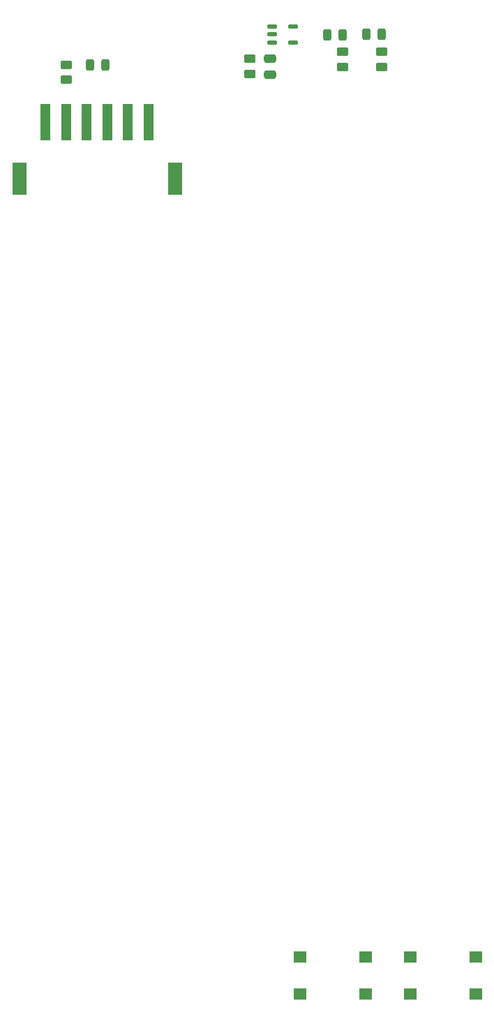
<source format=gbr>
%TF.GenerationSoftware,KiCad,Pcbnew,9.0.4*%
%TF.CreationDate,2025-11-06T12:47:48+01:00*%
%TF.ProjectId,SAUBerry_front_v1,53415542-6572-4727-995f-66726f6e745f,rev?*%
%TF.SameCoordinates,Original*%
%TF.FileFunction,Paste,Bot*%
%TF.FilePolarity,Positive*%
%FSLAX46Y46*%
G04 Gerber Fmt 4.6, Leading zero omitted, Abs format (unit mm)*
G04 Created by KiCad (PCBNEW 9.0.4) date 2025-11-06 12:47:48*
%MOMM*%
%LPD*%
G01*
G04 APERTURE LIST*
G04 Aperture macros list*
%AMRoundRect*
0 Rectangle with rounded corners*
0 $1 Rounding radius*
0 $2 $3 $4 $5 $6 $7 $8 $9 X,Y pos of 4 corners*
0 Add a 4 corners polygon primitive as box body*
4,1,4,$2,$3,$4,$5,$6,$7,$8,$9,$2,$3,0*
0 Add four circle primitives for the rounded corners*
1,1,$1+$1,$2,$3*
1,1,$1+$1,$4,$5*
1,1,$1+$1,$6,$7*
1,1,$1+$1,$8,$9*
0 Add four rect primitives between the rounded corners*
20,1,$1+$1,$2,$3,$4,$5,0*
20,1,$1+$1,$4,$5,$6,$7,0*
20,1,$1+$1,$6,$7,$8,$9,0*
20,1,$1+$1,$8,$9,$2,$3,0*%
G04 Aperture macros list end*
%ADD10RoundRect,0.250000X-0.450000X0.262500X-0.450000X-0.262500X0.450000X-0.262500X0.450000X0.262500X0*%
%ADD11R,1.600000X1.400000*%
%ADD12RoundRect,0.250000X0.450000X-0.262500X0.450000X0.262500X-0.450000X0.262500X-0.450000X-0.262500X0*%
%ADD13RoundRect,0.147500X-0.457500X-0.147500X0.457500X-0.147500X0.457500X0.147500X-0.457500X0.147500X0*%
%ADD14RoundRect,0.243750X-0.243750X-0.456250X0.243750X-0.456250X0.243750X0.456250X-0.243750X0.456250X0*%
%ADD15R,1.295400X4.495800*%
%ADD16R,1.803400X3.911600*%
%ADD17RoundRect,0.243750X0.243750X0.456250X-0.243750X0.456250X-0.243750X-0.456250X0.243750X-0.456250X0*%
%ADD18RoundRect,0.250000X-0.475000X0.250000X-0.475000X-0.250000X0.475000X-0.250000X0.475000X0.250000X0*%
G04 APERTURE END LIST*
D10*
%TO.C,R1*%
X132207000Y-128270000D03*
X132207000Y-130095000D03*
%TD*%
D11*
%TO.C,SW1*%
X168510000Y-236450000D03*
X160510000Y-236450000D03*
X168510000Y-240950000D03*
X160510000Y-240950000D03*
%TD*%
D10*
%TO.C,R4*%
X154450000Y-127555000D03*
X154450000Y-129380000D03*
%TD*%
D11*
%TO.C,SW2*%
X181890000Y-236460000D03*
X173890000Y-236460000D03*
X181890000Y-240960000D03*
X173890000Y-240960000D03*
%TD*%
D12*
%TO.C,R3*%
X165690000Y-128512500D03*
X165690000Y-126687500D03*
%TD*%
D13*
%TO.C,U1*%
X157190000Y-125550000D03*
X157190000Y-124600000D03*
X157190000Y-123650000D03*
X159700000Y-123650000D03*
X159700000Y-125550000D03*
%TD*%
D14*
%TO.C,D2*%
X168590000Y-124600000D03*
X170465000Y-124600000D03*
%TD*%
D15*
%TO.C,J1*%
X142165400Y-135255000D03*
X139665400Y-135255000D03*
X137165400Y-135255000D03*
X134665400Y-135255000D03*
X132165400Y-135255000D03*
X129665400Y-135255000D03*
D16*
X145365399Y-142055000D03*
X126465401Y-142055000D03*
%TD*%
D17*
%TO.C,D1*%
X136931523Y-128292000D03*
X135056523Y-128292000D03*
%TD*%
D12*
%TO.C,R2*%
X170460000Y-128530000D03*
X170460000Y-126705000D03*
%TD*%
D14*
%TO.C,D3*%
X163812500Y-124610000D03*
X165687500Y-124610000D03*
%TD*%
D18*
%TO.C,C1*%
X156890000Y-127530000D03*
X156890000Y-129430000D03*
%TD*%
M02*

</source>
